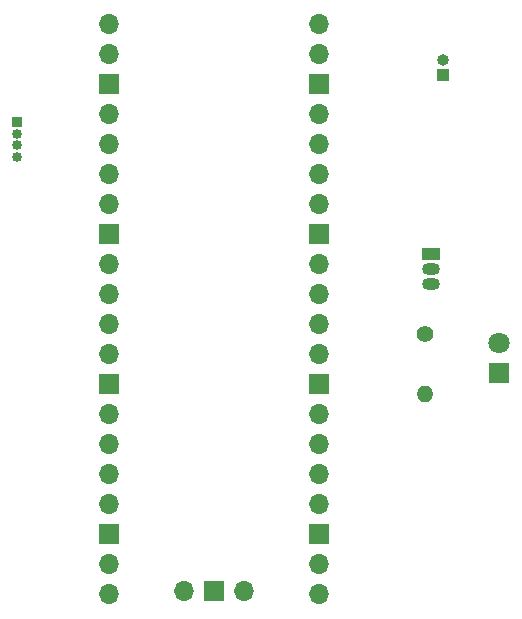
<source format=gbr>
%TF.GenerationSoftware,KiCad,Pcbnew,8.0.1*%
%TF.CreationDate,2024-03-30T13:38:22-03:00*%
%TF.ProjectId,Ponderada,506f6e64-6572-4616-9461-2e6b69636164,rev?*%
%TF.SameCoordinates,Original*%
%TF.FileFunction,Copper,L2,Bot*%
%TF.FilePolarity,Positive*%
%FSLAX46Y46*%
G04 Gerber Fmt 4.6, Leading zero omitted, Abs format (unit mm)*
G04 Created by KiCad (PCBNEW 8.0.1) date 2024-03-30 13:38:22*
%MOMM*%
%LPD*%
G01*
G04 APERTURE LIST*
%TA.AperFunction,ComponentPad*%
%ADD10O,1.700000X1.700000*%
%TD*%
%TA.AperFunction,ComponentPad*%
%ADD11R,1.700000X1.700000*%
%TD*%
%TA.AperFunction,ComponentPad*%
%ADD12C,1.400000*%
%TD*%
%TA.AperFunction,ComponentPad*%
%ADD13O,1.400000X1.400000*%
%TD*%
%TA.AperFunction,ComponentPad*%
%ADD14R,1.500000X1.050000*%
%TD*%
%TA.AperFunction,ComponentPad*%
%ADD15O,1.500000X1.050000*%
%TD*%
%TA.AperFunction,ComponentPad*%
%ADD16R,0.850000X0.850000*%
%TD*%
%TA.AperFunction,ComponentPad*%
%ADD17O,0.850000X0.850000*%
%TD*%
%TA.AperFunction,ComponentPad*%
%ADD18R,1.000000X1.000000*%
%TD*%
%TA.AperFunction,ComponentPad*%
%ADD19O,1.000000X1.000000*%
%TD*%
%TA.AperFunction,ComponentPad*%
%ADD20R,1.800000X1.800000*%
%TD*%
%TA.AperFunction,ComponentPad*%
%ADD21C,1.800000*%
%TD*%
G04 APERTURE END LIST*
D10*
%TO.P,U1,43,SWDIO*%
%TO.N,unconnected-(U1-SWDIO-Pad43)*%
X97650000Y-101270000D03*
D11*
%TO.P,U1,42,GND*%
%TO.N,unconnected-(U1-GND-Pad42)*%
X95110000Y-101270000D03*
D10*
%TO.P,U1,41,SWCLK*%
%TO.N,unconnected-(U1-SWCLK-Pad41)*%
X92570000Y-101270000D03*
%TO.P,U1,40,VBUS*%
%TO.N,unconnected-(U1-VBUS-Pad40)*%
X104000000Y-53240000D03*
%TO.P,U1,39,VSYS*%
%TO.N,VSYS*%
X104000000Y-55780000D03*
D11*
%TO.P,U1,38,GND*%
%TO.N,unconnected-(U1-GND-Pad38)*%
X104000000Y-58320000D03*
D10*
%TO.P,U1,37,3V3_EN*%
%TO.N,unconnected-(U1-3V3_EN-Pad37)*%
X104000000Y-60860000D03*
%TO.P,U1,36,3V3*%
%TO.N,VCC*%
X104000000Y-63400000D03*
%TO.P,U1,35,ADC_VREF*%
%TO.N,unconnected-(U1-ADC_VREF-Pad35)*%
X104000000Y-65940000D03*
%TO.P,U1,34,GPIO28_ADC2*%
%TO.N,unconnected-(U1-GPIO28_ADC2-Pad34)*%
X104000000Y-68480000D03*
D11*
%TO.P,U1,33,AGND*%
%TO.N,unconnected-(U1-AGND-Pad33)*%
X104000000Y-71020000D03*
D10*
%TO.P,U1,32,GPIO27_ADC1*%
%TO.N,unconnected-(U1-GPIO27_ADC1-Pad32)*%
X104000000Y-73560000D03*
%TO.P,U1,31,GPIO26_ADC0*%
%TO.N,unconnected-(U1-GPIO26_ADC0-Pad31)*%
X104000000Y-76100000D03*
%TO.P,U1,30,RUN*%
%TO.N,unconnected-(U1-RUN-Pad30)*%
X104000000Y-78640000D03*
%TO.P,U1,29,GPIO22*%
%TO.N,GPIO22*%
X104000000Y-81180000D03*
D11*
%TO.P,U1,28,GND*%
%TO.N,unconnected-(U1-GND-Pad28)*%
X104000000Y-83720000D03*
D10*
%TO.P,U1,27,GPIO21*%
%TO.N,unconnected-(U1-GPIO21-Pad27)*%
X104000000Y-86260000D03*
%TO.P,U1,26,GPIO20*%
%TO.N,unconnected-(U1-GPIO20-Pad26)*%
X104000000Y-88800000D03*
%TO.P,U1,25,GPIO19*%
%TO.N,unconnected-(U1-GPIO19-Pad25)*%
X104000000Y-91340000D03*
%TO.P,U1,24,GPIO18*%
%TO.N,unconnected-(U1-GPIO18-Pad24)*%
X104000000Y-93880000D03*
D11*
%TO.P,U1,23,GND*%
%TO.N,unconnected-(U1-GND-Pad23)*%
X104000000Y-96420000D03*
D10*
%TO.P,U1,22,GPIO17*%
%TO.N,unconnected-(U1-GPIO17-Pad22)*%
X104000000Y-98960000D03*
%TO.P,U1,21,GPIO16*%
%TO.N,unconnected-(U1-GPIO16-Pad21)*%
X104000000Y-101500000D03*
%TO.P,U1,20,GPIO15*%
%TO.N,unconnected-(U1-GPIO15-Pad20)*%
X86220000Y-101500000D03*
%TO.P,U1,19,GPIO14*%
%TO.N,unconnected-(U1-GPIO14-Pad19)*%
X86220000Y-98960000D03*
D11*
%TO.P,U1,18,GND*%
%TO.N,unconnected-(U1-GND-Pad18)*%
X86220000Y-96420000D03*
D10*
%TO.P,U1,17,GPIO13*%
%TO.N,unconnected-(U1-GPIO13-Pad17)*%
X86220000Y-93880000D03*
%TO.P,U1,16,GPIO12*%
%TO.N,unconnected-(U1-GPIO12-Pad16)*%
X86220000Y-91340000D03*
%TO.P,U1,15,GPIO11*%
%TO.N,unconnected-(U1-GPIO11-Pad15)*%
X86220000Y-88800000D03*
%TO.P,U1,14,GPIO10*%
%TO.N,unconnected-(U1-GPIO10-Pad14)*%
X86220000Y-86260000D03*
D11*
%TO.P,U1,13,GND*%
%TO.N,unconnected-(U1-GND-Pad13)*%
X86220000Y-83720000D03*
D10*
%TO.P,U1,12,GPIO9*%
%TO.N,unconnected-(U1-GPIO9-Pad12)*%
X86220000Y-81180000D03*
%TO.P,U1,11,GPIO8*%
%TO.N,unconnected-(U1-GPIO8-Pad11)*%
X86220000Y-78640000D03*
%TO.P,U1,10,GPIO7*%
%TO.N,unconnected-(U1-GPIO7-Pad10)*%
X86220000Y-76100000D03*
%TO.P,U1,9,GPIO6*%
%TO.N,unconnected-(U1-GPIO6-Pad9)*%
X86220000Y-73560000D03*
D11*
%TO.P,U1,8,GND*%
%TO.N,unconnected-(U1-GND-Pad8)*%
X86220000Y-71020000D03*
D10*
%TO.P,U1,7,GPIO5*%
%TO.N,unconnected-(U1-GPIO5-Pad7)*%
X86220000Y-68480000D03*
%TO.P,U1,6,GPIO4*%
%TO.N,unconnected-(U1-GPIO4-Pad6)*%
X86220000Y-65940000D03*
%TO.P,U1,5,GPIO3*%
%TO.N,GPIO03*%
X86220000Y-63400000D03*
%TO.P,U1,4,GPIO2*%
%TO.N,GPIO02*%
X86220000Y-60860000D03*
D11*
%TO.P,U1,3,GND*%
%TO.N,unconnected-(U1-GND-Pad3)*%
X86220000Y-58320000D03*
D10*
%TO.P,U1,2,GPIO1*%
%TO.N,unconnected-(U1-GPIO1-Pad2)*%
X86220000Y-55780000D03*
%TO.P,U1,1,GPIO0*%
%TO.N,unconnected-(U1-GPIO0-Pad1)*%
X86220000Y-53240000D03*
%TD*%
D12*
%TO.P,R1,1*%
%TO.N,Net-(Q1-E)*%
X113000000Y-79460000D03*
D13*
%TO.P,R1,2*%
%TO.N,Net-(D1-A)*%
X113000000Y-84540000D03*
%TD*%
D14*
%TO.P,Q1,1,C*%
%TO.N,VCC*%
X113500000Y-72730000D03*
D15*
%TO.P,Q1,2,B*%
%TO.N,GPIO22*%
X113500000Y-74000000D03*
%TO.P,Q1,3,E*%
%TO.N,Net-(Q1-E)*%
X113500000Y-75270000D03*
%TD*%
D16*
%TO.P,J3,1,Pin_1*%
%TO.N,GPIO02*%
X78500000Y-61500000D03*
D17*
%TO.P,J3,2,Pin_2*%
%TO.N,GPIO03*%
X78500000Y-62500000D03*
%TO.P,J3,3,Pin_3*%
%TO.N,GND*%
X78500000Y-63500000D03*
%TO.P,J3,4,Pin_4*%
%TO.N,VCC*%
X78500000Y-64500000D03*
%TD*%
D18*
%TO.P,J2,1,Pin_1*%
%TO.N,GND*%
X114500000Y-57500000D03*
D19*
%TO.P,J2,2,Pin_2*%
%TO.N,VSYS*%
X114500000Y-56230000D03*
%TD*%
D20*
%TO.P,D1,1,K*%
%TO.N,GND*%
X119265000Y-82770000D03*
D21*
%TO.P,D1,2,A*%
%TO.N,Net-(D1-A)*%
X119265000Y-80230000D03*
%TD*%
M02*

</source>
